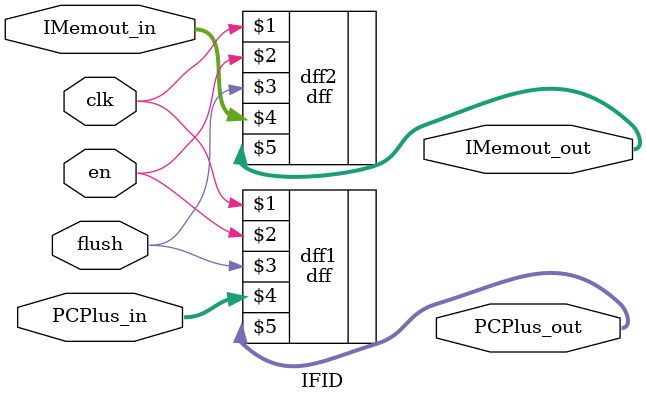
<source format=v>
`timescale 1ns / 1ps


module IFID(
    input clk,
	input en,
	input flush,
    input [31:0] PCPlus_in,
	input [31:0] IMemout_in,
    output [31:0] PCPlus_out,
	output [31:0] IMemout_out
    );
	 dff dff1(clk,en,flush,PCPlus_in,PCPlus_out);
	 dff dff2(clk,en,flush,IMemout_in,IMemout_out);
endmodule

</source>
